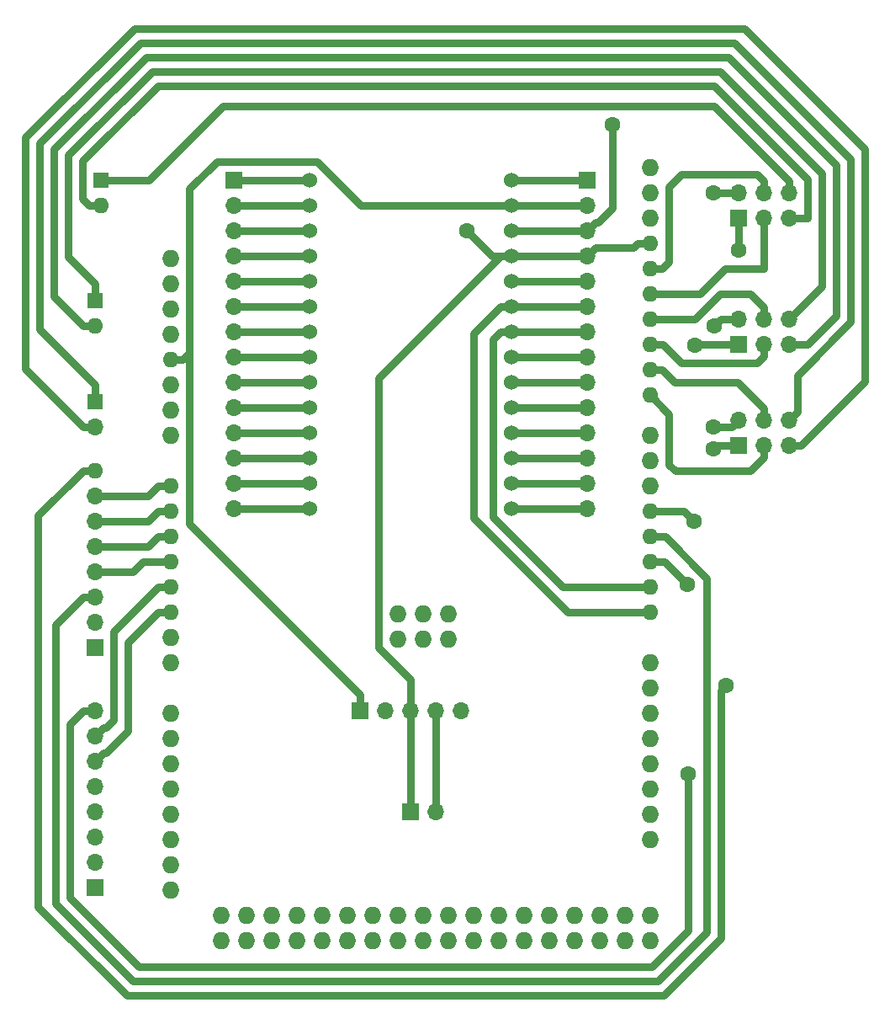
<source format=gbr>
G04 #@! TF.GenerationSoftware,KiCad,Pcbnew,(5.0.2)-1*
G04 #@! TF.CreationDate,2019-04-02T18:31:56+10:30*
G04 #@! TF.ProjectId,Omni_DC,4f6d6e69-5f44-4432-9e6b-696361645f70,rev?*
G04 #@! TF.SameCoordinates,Original*
G04 #@! TF.FileFunction,Copper,L2,Bot*
G04 #@! TF.FilePolarity,Positive*
%FSLAX46Y46*%
G04 Gerber Fmt 4.6, Leading zero omitted, Abs format (unit mm)*
G04 Created by KiCad (PCBNEW (5.0.2)-1) date 02-Apr-19 6:31:56 PM*
%MOMM*%
%LPD*%
G01*
G04 APERTURE LIST*
G04 #@! TA.AperFunction,ComponentPad*
%ADD10R,1.700000X1.700000*%
G04 #@! TD*
G04 #@! TA.AperFunction,ComponentPad*
%ADD11O,1.700000X1.700000*%
G04 #@! TD*
G04 #@! TA.AperFunction,ComponentPad*
%ADD12O,1.727200X1.727200*%
G04 #@! TD*
G04 #@! TA.AperFunction,ComponentPad*
%ADD13O,1.600000X1.600000*%
G04 #@! TD*
G04 #@! TA.AperFunction,ComponentPad*
%ADD14C,1.524000*%
G04 #@! TD*
G04 #@! TA.AperFunction,ComponentPad*
%ADD15R,1.600000X1.600000*%
G04 #@! TD*
G04 #@! TA.AperFunction,ViaPad*
%ADD16C,1.600000*%
G04 #@! TD*
G04 #@! TA.AperFunction,Conductor*
%ADD17C,0.800000*%
G04 #@! TD*
G04 APERTURE END LIST*
D10*
G04 #@! TO.P,J9,1*
G04 #@! TO.N,5V*
X150495000Y-127000000D03*
D11*
G04 #@! TO.P,J9,2*
G04 #@! TO.N,Net-(J9-Pad2)*
X153035000Y-127000000D03*
G04 #@! TO.P,J9,3*
G04 #@! TO.N,Gnd*
X155575000Y-127000000D03*
G04 #@! TO.P,J9,4*
G04 #@! TO.N,12V*
X158115000Y-127000000D03*
G04 #@! TO.P,J9,5*
G04 #@! TO.N,Net-(J9-Pad5)*
X160655000Y-127000000D03*
G04 #@! TD*
D12*
G04 #@! TO.P,XA1,RST2*
G04 #@! TO.N,Net-(XA1-PadRST2)*
X154305000Y-117221000D03*
G04 #@! TO.P,XA1,GND4*
G04 #@! TO.N,Net-(XA1-PadGND4)*
X154305000Y-119761000D03*
G04 #@! TO.P,XA1,MOSI*
G04 #@! TO.N,Net-(XA1-PadMOSI)*
X156845000Y-119761000D03*
G04 #@! TO.P,XA1,SCK*
G04 #@! TO.N,Net-(XA1-PadSCK)*
X156845000Y-117221000D03*
G04 #@! TO.P,XA1,5V2*
G04 #@! TO.N,Net-(XA1-Pad5V2)*
X159385000Y-119761000D03*
D13*
G04 #@! TO.P,XA1,A0*
G04 #@! TO.N,In1*
X131445000Y-104394000D03*
D12*
G04 #@! TO.P,XA1,VIN*
G04 #@! TO.N,Net-(XA1-PadVIN)*
X131445000Y-99314000D03*
G04 #@! TO.P,XA1,GND3*
G04 #@! TO.N,Net-(XA1-PadGND3)*
X131445000Y-96774000D03*
G04 #@! TO.P,XA1,GND2*
G04 #@! TO.N,Net-(XA1-PadGND2)*
X131445000Y-94234000D03*
D13*
G04 #@! TO.P,XA1,5V1*
G04 #@! TO.N,5V*
X131445000Y-91694000D03*
D12*
G04 #@! TO.P,XA1,3V3*
G04 #@! TO.N,Net-(XA1-Pad3V3)*
X131445000Y-89154000D03*
G04 #@! TO.P,XA1,RST1*
G04 #@! TO.N,Net-(XA1-PadRST1)*
X131445000Y-86614000D03*
G04 #@! TO.P,XA1,IORF*
G04 #@! TO.N,Net-(XA1-PadIORF)*
X131445000Y-84074000D03*
G04 #@! TO.P,XA1,D21*
G04 #@! TO.N,Net-(XA1-PadD21)*
X179705000Y-139954000D03*
G04 #@! TO.P,XA1,D20*
G04 #@! TO.N,Net-(XA1-PadD20)*
X179705000Y-137414000D03*
G04 #@! TO.P,XA1,D19*
G04 #@! TO.N,Net-(XA1-PadD19)*
X179705000Y-134874000D03*
G04 #@! TO.P,XA1,D18*
G04 #@! TO.N,Net-(XA1-PadD18)*
X179705000Y-132334000D03*
G04 #@! TO.P,XA1,D17*
G04 #@! TO.N,Net-(XA1-PadD17)*
X179705000Y-129794000D03*
G04 #@! TO.P,XA1,D16*
G04 #@! TO.N,Net-(XA1-PadD16)*
X179705000Y-127254000D03*
G04 #@! TO.P,XA1,D15*
G04 #@! TO.N,Net-(XA1-PadD15)*
X179705000Y-124714000D03*
G04 #@! TO.P,XA1,D14*
G04 #@! TO.N,Net-(XA1-PadD14)*
X179705000Y-122174000D03*
D13*
G04 #@! TO.P,XA1,D0*
G04 #@! TO.N,UART0*
X179705000Y-117094000D03*
G04 #@! TO.P,XA1,D1*
G04 #@! TO.N,UART1*
X179705000Y-114554000D03*
G04 #@! TO.P,XA1,D2*
G04 #@! TO.N,EnA*
X179705000Y-112014000D03*
G04 #@! TO.P,XA1,D3*
G04 #@! TO.N,EnB*
X179705000Y-109474000D03*
G04 #@! TO.P,XA1,D4*
G04 #@! TO.N,EnC*
X179705000Y-106934000D03*
D12*
G04 #@! TO.P,XA1,D5*
G04 #@! TO.N,Net-(XA1-PadD5)*
X179705000Y-104394000D03*
G04 #@! TO.P,XA1,D6*
G04 #@! TO.N,Net-(XA1-PadD6)*
X179705000Y-101854000D03*
G04 #@! TO.P,XA1,D7*
G04 #@! TO.N,Net-(XA1-PadD7)*
X179705000Y-99314000D03*
D13*
G04 #@! TO.P,XA1,GND1*
G04 #@! TO.N,Gnd*
X179705000Y-80010000D03*
G04 #@! TO.P,XA1,D8*
G04 #@! TO.N,Encoder0_A*
X179705000Y-95250000D03*
G04 #@! TO.P,XA1,D9*
G04 #@! TO.N,Encoder0_B*
X179705000Y-92710000D03*
G04 #@! TO.P,XA1,D10*
G04 #@! TO.N,Encoder1_A*
X179705000Y-90170000D03*
D12*
G04 #@! TO.P,XA1,SCL1*
G04 #@! TO.N,Net-(XA1-PadSCL1)*
X179705000Y-72390000D03*
G04 #@! TO.P,XA1,SDA1*
G04 #@! TO.N,Net-(XA1-PadSDA1)*
X179705000Y-74930000D03*
G04 #@! TO.P,XA1,AREF*
G04 #@! TO.N,Net-(XA1-PadAREF)*
X179705000Y-77470000D03*
D13*
G04 #@! TO.P,XA1,D13*
G04 #@! TO.N,Encoder2_B*
X179705000Y-82550000D03*
G04 #@! TO.P,XA1,D12*
G04 #@! TO.N,Encoder2_A*
X179705000Y-85090000D03*
G04 #@! TO.P,XA1,D11*
G04 #@! TO.N,Encoder1_B*
X179705000Y-87630000D03*
D12*
G04 #@! TO.P,XA1,*
G04 #@! TO.N,*
X131445000Y-81534000D03*
D13*
G04 #@! TO.P,XA1,A1*
G04 #@! TO.N,In2*
X131445000Y-106934000D03*
G04 #@! TO.P,XA1,A2*
G04 #@! TO.N,In3*
X131445000Y-109474000D03*
G04 #@! TO.P,XA1,A3*
G04 #@! TO.N,In4*
X131445000Y-112014000D03*
G04 #@! TO.P,XA1,A4*
G04 #@! TO.N,In5*
X131445000Y-114554000D03*
G04 #@! TO.P,XA1,A5*
G04 #@! TO.N,In6*
X131445000Y-117094000D03*
D12*
G04 #@! TO.P,XA1,A6*
G04 #@! TO.N,Net-(XA1-PadA6)*
X131445000Y-119634000D03*
G04 #@! TO.P,XA1,A7*
G04 #@! TO.N,Net-(XA1-PadA7)*
X131445000Y-122174000D03*
G04 #@! TO.P,XA1,A8*
G04 #@! TO.N,Net-(XA1-PadA8)*
X131445000Y-127254000D03*
G04 #@! TO.P,XA1,A9*
G04 #@! TO.N,Net-(XA1-PadA9)*
X131445000Y-129794000D03*
G04 #@! TO.P,XA1,A10*
G04 #@! TO.N,Net-(XA1-PadA10)*
X131445000Y-132334000D03*
G04 #@! TO.P,XA1,A11*
G04 #@! TO.N,Net-(XA1-PadA11)*
X131445000Y-134874000D03*
G04 #@! TO.P,XA1,DAC0*
G04 #@! TO.N,Net-(XA1-PadDAC0)*
X131445000Y-137414000D03*
G04 #@! TO.P,XA1,DAC1*
G04 #@! TO.N,Net-(XA1-PadDAC1)*
X131445000Y-139954000D03*
G04 #@! TO.P,XA1,CANR*
G04 #@! TO.N,Net-(XA1-PadCANR)*
X131445000Y-142494000D03*
G04 #@! TO.P,XA1,CANT*
G04 #@! TO.N,Net-(XA1-PadCANT)*
X131445000Y-145034000D03*
G04 #@! TO.P,XA1,5V3*
G04 #@! TO.N,Net-(XA1-Pad5V3)*
X179705000Y-147574000D03*
G04 #@! TO.P,XA1,5V4*
G04 #@! TO.N,Net-(XA1-Pad5V4)*
X179705000Y-150114000D03*
G04 #@! TO.P,XA1,D22*
G04 #@! TO.N,Net-(XA1-PadD22)*
X177165000Y-147574000D03*
G04 #@! TO.P,XA1,D23*
G04 #@! TO.N,Net-(XA1-PadD23)*
X177165000Y-150114000D03*
G04 #@! TO.P,XA1,D24*
G04 #@! TO.N,Net-(XA1-PadD24)*
X174625000Y-147574000D03*
G04 #@! TO.P,XA1,D25*
G04 #@! TO.N,Net-(XA1-PadD25)*
X174625000Y-150114000D03*
G04 #@! TO.P,XA1,D26*
G04 #@! TO.N,Net-(XA1-PadD26)*
X172085000Y-147574000D03*
G04 #@! TO.P,XA1,D27*
G04 #@! TO.N,Net-(XA1-PadD27)*
X172085000Y-150114000D03*
G04 #@! TO.P,XA1,D28*
G04 #@! TO.N,Net-(XA1-PadD28)*
X169545000Y-147574000D03*
G04 #@! TO.P,XA1,D29*
G04 #@! TO.N,Net-(XA1-PadD29)*
X169545000Y-150114000D03*
G04 #@! TO.P,XA1,D30*
G04 #@! TO.N,Net-(XA1-PadD30)*
X167005000Y-147574000D03*
G04 #@! TO.P,XA1,D31*
G04 #@! TO.N,Net-(XA1-PadD31)*
X167005000Y-150114000D03*
G04 #@! TO.P,XA1,D32*
G04 #@! TO.N,Net-(XA1-PadD32)*
X164465000Y-147574000D03*
G04 #@! TO.P,XA1,D33*
G04 #@! TO.N,Net-(XA1-PadD33)*
X164465000Y-150114000D03*
G04 #@! TO.P,XA1,D34*
G04 #@! TO.N,Net-(XA1-PadD34)*
X161925000Y-147574000D03*
G04 #@! TO.P,XA1,D35*
G04 #@! TO.N,Net-(XA1-PadD35)*
X161925000Y-150114000D03*
G04 #@! TO.P,XA1,D36*
G04 #@! TO.N,Net-(XA1-PadD36)*
X159385000Y-147574000D03*
G04 #@! TO.P,XA1,D37*
G04 #@! TO.N,Net-(XA1-PadD37)*
X159385000Y-150114000D03*
G04 #@! TO.P,XA1,D38*
G04 #@! TO.N,Net-(XA1-PadD38)*
X156845000Y-147574000D03*
G04 #@! TO.P,XA1,D39*
G04 #@! TO.N,Net-(XA1-PadD39)*
X156845000Y-150114000D03*
G04 #@! TO.P,XA1,D40*
G04 #@! TO.N,Net-(XA1-PadD40)*
X154305000Y-147574000D03*
G04 #@! TO.P,XA1,D41*
G04 #@! TO.N,Net-(XA1-PadD41)*
X154305000Y-150114000D03*
G04 #@! TO.P,XA1,D42*
G04 #@! TO.N,Net-(XA1-PadD42)*
X151765000Y-147574000D03*
G04 #@! TO.P,XA1,D43*
G04 #@! TO.N,Net-(XA1-PadD43)*
X151765000Y-150114000D03*
G04 #@! TO.P,XA1,D44*
G04 #@! TO.N,Net-(XA1-PadD44)*
X149225000Y-147574000D03*
G04 #@! TO.P,XA1,D45*
G04 #@! TO.N,Net-(XA1-PadD45)*
X149225000Y-150114000D03*
G04 #@! TO.P,XA1,D46*
G04 #@! TO.N,Net-(XA1-PadD46)*
X146685000Y-147574000D03*
G04 #@! TO.P,XA1,D47*
G04 #@! TO.N,Net-(XA1-PadD47)*
X146685000Y-150114000D03*
G04 #@! TO.P,XA1,D48*
G04 #@! TO.N,Net-(XA1-PadD48)*
X144145000Y-147574000D03*
G04 #@! TO.P,XA1,D49*
G04 #@! TO.N,Net-(XA1-PadD49)*
X144145000Y-150114000D03*
G04 #@! TO.P,XA1,D50*
G04 #@! TO.N,Net-(XA1-PadD50)*
X141605000Y-147574000D03*
G04 #@! TO.P,XA1,D51*
G04 #@! TO.N,Net-(XA1-PadD51)*
X141605000Y-150114000D03*
G04 #@! TO.P,XA1,D52*
G04 #@! TO.N,Net-(XA1-PadD52)*
X139065000Y-147574000D03*
G04 #@! TO.P,XA1,D53*
G04 #@! TO.N,Net-(XA1-PadD53)*
X139065000Y-150114000D03*
G04 #@! TO.P,XA1,GND5*
G04 #@! TO.N,Net-(XA1-PadGND5)*
X136525000Y-147574000D03*
G04 #@! TO.P,XA1,GND6*
G04 #@! TO.N,Net-(XA1-PadGND6)*
X136525000Y-150114000D03*
G04 #@! TO.P,XA1,MISO*
G04 #@! TO.N,Net-(XA1-PadMISO)*
X159385000Y-117221000D03*
G04 #@! TD*
D14*
G04 #@! TO.P,J1,AREF*
G04 #@! TO.N,Net-(J1-PadAREF)*
X145415000Y-73660000D03*
G04 #@! TO.P,J1,A0*
G04 #@! TO.N,Net-(J1-PadA0)*
X145415000Y-76200000D03*
G04 #@! TO.P,J1,A1*
G04 #@! TO.N,Net-(J1-PadA1)*
X145415000Y-78740000D03*
G04 #@! TO.P,J1,A2*
G04 #@! TO.N,Net-(J1-PadA2)*
X145415000Y-81280000D03*
G04 #@! TO.P,J1,A3*
G04 #@! TO.N,Net-(J1-PadA3)*
X145415000Y-83820000D03*
G04 #@! TO.P,J1,A4*
G04 #@! TO.N,Net-(J1-PadA4)*
X145415000Y-86360000D03*
G04 #@! TO.P,J1,A5*
G04 #@! TO.N,Net-(J1-PadA5)*
X145415000Y-88900000D03*
G04 #@! TO.P,J1,A6*
G04 #@! TO.N,Net-(J1-PadA6)*
X145415000Y-91440000D03*
G04 #@! TO.P,J1,0*
G04 #@! TO.N,Net-(J1-Pad0)*
X145415000Y-93980000D03*
G04 #@! TO.P,J1,1*
G04 #@! TO.N,Net-(J1-Pad1)*
X145415000Y-96520000D03*
G04 #@! TO.P,J1,2*
G04 #@! TO.N,Net-(J1-Pad2)*
X145415000Y-99060000D03*
G04 #@! TO.P,J1,3*
G04 #@! TO.N,Net-(J1-Pad3)*
X145415000Y-101600000D03*
G04 #@! TO.P,J1,4*
G04 #@! TO.N,Net-(J1-Pad4)*
X145415000Y-104140000D03*
G04 #@! TO.P,J1,5*
G04 #@! TO.N,Net-(J1-Pad5)*
X145415000Y-106680000D03*
G04 #@! TO.P,J1,5V*
G04 #@! TO.N,Net-(J1-Pad5V)*
X165735000Y-73660000D03*
G04 #@! TO.P,J1,Vin*
G04 #@! TO.N,5V*
X165735000Y-76200000D03*
G04 #@! TO.P,J1,3.3V*
G04 #@! TO.N,3.3V*
X165735000Y-78740000D03*
G04 #@! TO.P,J1,Gnd*
G04 #@! TO.N,Gnd*
X165735000Y-81280000D03*
G04 #@! TO.P,J1,Reset*
G04 #@! TO.N,Net-(J1-PadReset)*
X165735000Y-83820000D03*
G04 #@! TO.P,J1,Tx*
G04 #@! TO.N,UART0*
X165735000Y-86360000D03*
G04 #@! TO.P,J1,Rx*
G04 #@! TO.N,UART1*
X165735000Y-88900000D03*
G04 #@! TO.P,J1,12*
G04 #@! TO.N,Net-(J1-Pad12)*
X165735000Y-91440000D03*
G04 #@! TO.P,J1,11*
G04 #@! TO.N,Net-(J1-Pad11)*
X165735000Y-93980000D03*
G04 #@! TO.P,J1,10*
G04 #@! TO.N,Net-(J1-Pad10)*
X165735000Y-96520000D03*
G04 #@! TO.P,J1,9*
G04 #@! TO.N,Net-(J1-Pad9)*
X165735000Y-99060000D03*
G04 #@! TO.P,J1,8*
G04 #@! TO.N,Net-(J1-Pad8)*
X165735000Y-101600000D03*
G04 #@! TO.P,J1,7*
G04 #@! TO.N,Net-(J1-Pad7)*
X165735000Y-104140000D03*
G04 #@! TO.P,J1,6*
G04 #@! TO.N,Net-(J1-Pad6)*
X165735000Y-106680000D03*
G04 #@! TD*
D10*
G04 #@! TO.P,J2,1*
G04 #@! TO.N,Net-(J1-PadAREF)*
X137795000Y-73660000D03*
D11*
G04 #@! TO.P,J2,2*
G04 #@! TO.N,Net-(J1-PadA0)*
X137795000Y-76200000D03*
G04 #@! TO.P,J2,3*
G04 #@! TO.N,Net-(J1-PadA1)*
X137795000Y-78740000D03*
G04 #@! TO.P,J2,4*
G04 #@! TO.N,Net-(J1-PadA2)*
X137795000Y-81280000D03*
G04 #@! TO.P,J2,5*
G04 #@! TO.N,Net-(J1-PadA3)*
X137795000Y-83820000D03*
G04 #@! TO.P,J2,6*
G04 #@! TO.N,Net-(J1-PadA4)*
X137795000Y-86360000D03*
G04 #@! TO.P,J2,7*
G04 #@! TO.N,Net-(J1-PadA5)*
X137795000Y-88900000D03*
G04 #@! TO.P,J2,8*
G04 #@! TO.N,Net-(J1-PadA6)*
X137795000Y-91440000D03*
G04 #@! TO.P,J2,9*
G04 #@! TO.N,Net-(J1-Pad0)*
X137795000Y-93980000D03*
G04 #@! TO.P,J2,10*
G04 #@! TO.N,Net-(J1-Pad1)*
X137795000Y-96520000D03*
G04 #@! TO.P,J2,11*
G04 #@! TO.N,Net-(J1-Pad2)*
X137795000Y-99060000D03*
G04 #@! TO.P,J2,12*
G04 #@! TO.N,Net-(J1-Pad3)*
X137795000Y-101600000D03*
G04 #@! TO.P,J2,13*
G04 #@! TO.N,Net-(J1-Pad4)*
X137795000Y-104140000D03*
G04 #@! TO.P,J2,14*
G04 #@! TO.N,Net-(J1-Pad5)*
X137795000Y-106680000D03*
G04 #@! TD*
D10*
G04 #@! TO.P,J3,1*
G04 #@! TO.N,Net-(J3-Pad1)*
X123825000Y-120650000D03*
D11*
G04 #@! TO.P,J3,2*
G04 #@! TO.N,Net-(J3-Pad2)*
X123825000Y-118110000D03*
G04 #@! TO.P,J3,3*
G04 #@! TO.N,EnB*
X123825000Y-115570000D03*
G04 #@! TO.P,J3,4*
G04 #@! TO.N,In4*
X123825000Y-113030000D03*
G04 #@! TO.P,J3,5*
G04 #@! TO.N,In3*
X123825000Y-110490000D03*
G04 #@! TO.P,J3,6*
G04 #@! TO.N,In2*
X123825000Y-107950000D03*
G04 #@! TO.P,J3,7*
G04 #@! TO.N,In1*
X123825000Y-105410000D03*
D13*
G04 #@! TO.P,J3,8*
G04 #@! TO.N,EnA*
X123825000Y-102870000D03*
G04 #@! TD*
D11*
G04 #@! TO.P,J4,14*
G04 #@! TO.N,Net-(J1-Pad6)*
X173355000Y-106680000D03*
G04 #@! TO.P,J4,13*
G04 #@! TO.N,Net-(J1-Pad7)*
X173355000Y-104140000D03*
G04 #@! TO.P,J4,12*
G04 #@! TO.N,Net-(J1-Pad8)*
X173355000Y-101600000D03*
G04 #@! TO.P,J4,11*
G04 #@! TO.N,Net-(J1-Pad9)*
X173355000Y-99060000D03*
G04 #@! TO.P,J4,10*
G04 #@! TO.N,Net-(J1-Pad10)*
X173355000Y-96520000D03*
G04 #@! TO.P,J4,9*
G04 #@! TO.N,Net-(J1-Pad11)*
X173355000Y-93980000D03*
G04 #@! TO.P,J4,8*
G04 #@! TO.N,Net-(J1-Pad12)*
X173355000Y-91440000D03*
G04 #@! TO.P,J4,7*
G04 #@! TO.N,UART1*
X173355000Y-88900000D03*
G04 #@! TO.P,J4,6*
G04 #@! TO.N,UART0*
X173355000Y-86360000D03*
G04 #@! TO.P,J4,5*
G04 #@! TO.N,Net-(J1-PadReset)*
X173355000Y-83820000D03*
G04 #@! TO.P,J4,4*
G04 #@! TO.N,Gnd*
X173355000Y-81280000D03*
G04 #@! TO.P,J4,3*
G04 #@! TO.N,3.3V*
X173355000Y-78740000D03*
G04 #@! TO.P,J4,2*
G04 #@! TO.N,5V*
X173355000Y-76200000D03*
D10*
G04 #@! TO.P,J4,1*
G04 #@! TO.N,Net-(J1-Pad5V)*
X173355000Y-73660000D03*
G04 #@! TD*
D11*
G04 #@! TO.P,J5,8*
G04 #@! TO.N,EnC*
X123825000Y-127000000D03*
G04 #@! TO.P,J5,7*
G04 #@! TO.N,In5*
X123825000Y-129540000D03*
G04 #@! TO.P,J5,6*
G04 #@! TO.N,In6*
X123825000Y-132080000D03*
G04 #@! TO.P,J5,5*
G04 #@! TO.N,Net-(J5-Pad5)*
X123825000Y-134620000D03*
G04 #@! TO.P,J5,4*
G04 #@! TO.N,Net-(J5-Pad4)*
X123825000Y-137160000D03*
G04 #@! TO.P,J5,3*
G04 #@! TO.N,Net-(J5-Pad3)*
X123825000Y-139700000D03*
G04 #@! TO.P,J5,2*
G04 #@! TO.N,Net-(J5-Pad2)*
X123825000Y-142240000D03*
D10*
G04 #@! TO.P,J5,1*
G04 #@! TO.N,Net-(J5-Pad1)*
X123825000Y-144780000D03*
G04 #@! TD*
G04 #@! TO.P,J6,1*
G04 #@! TO.N,Gnd*
X188595000Y-100330000D03*
D11*
G04 #@! TO.P,J6,2*
G04 #@! TO.N,3.3V*
X188595000Y-97790000D03*
G04 #@! TO.P,J6,3*
G04 #@! TO.N,Encoder0_A*
X191135000Y-100330000D03*
G04 #@! TO.P,J6,4*
G04 #@! TO.N,Encoder0_B*
X191135000Y-97790000D03*
G04 #@! TO.P,J6,5*
G04 #@! TO.N,A-*
X193675000Y-100330000D03*
G04 #@! TO.P,J6,6*
G04 #@! TO.N,A+*
X193675000Y-97790000D03*
G04 #@! TD*
D15*
G04 #@! TO.P,J7,1*
G04 #@! TO.N,A+*
X123825000Y-95885000D03*
D11*
G04 #@! TO.P,J7,2*
G04 #@! TO.N,A-*
X123825000Y-98425000D03*
G04 #@! TD*
G04 #@! TO.P,J8,2*
G04 #@! TO.N,12V*
X158115000Y-137160000D03*
D10*
G04 #@! TO.P,J8,1*
G04 #@! TO.N,Gnd*
X155575000Y-137160000D03*
G04 #@! TD*
G04 #@! TO.P,J13,1*
G04 #@! TO.N,Gnd*
X188595000Y-90170000D03*
D11*
G04 #@! TO.P,J13,2*
G04 #@! TO.N,3.3V*
X188595000Y-87630000D03*
G04 #@! TO.P,J13,3*
G04 #@! TO.N,Encoder1_A*
X191135000Y-90170000D03*
G04 #@! TO.P,J13,4*
G04 #@! TO.N,Encoder1_B*
X191135000Y-87630000D03*
G04 #@! TO.P,J13,5*
G04 #@! TO.N,B-*
X193675000Y-90170000D03*
G04 #@! TO.P,J13,6*
G04 #@! TO.N,B+*
X193675000Y-87630000D03*
G04 #@! TD*
D13*
G04 #@! TO.P,J14,2*
G04 #@! TO.N,B-*
X123825000Y-88265000D03*
D15*
G04 #@! TO.P,J14,1*
G04 #@! TO.N,B+*
X123825000Y-85725000D03*
G04 #@! TD*
D11*
G04 #@! TO.P,J15,6*
G04 #@! TO.N,C+*
X193675000Y-74930000D03*
G04 #@! TO.P,J15,5*
G04 #@! TO.N,C-*
X193675000Y-77470000D03*
G04 #@! TO.P,J15,4*
G04 #@! TO.N,Encoder2_B*
X191135000Y-74930000D03*
G04 #@! TO.P,J15,3*
G04 #@! TO.N,Encoder2_A*
X191135000Y-77470000D03*
G04 #@! TO.P,J15,2*
G04 #@! TO.N,3.3V*
X188595000Y-74930000D03*
D10*
G04 #@! TO.P,J15,1*
G04 #@! TO.N,Gnd*
X188595000Y-77470000D03*
G04 #@! TD*
D15*
G04 #@! TO.P,J16,1*
G04 #@! TO.N,C+*
X124460000Y-73660000D03*
D13*
G04 #@! TO.P,J16,2*
G04 #@! TO.N,C-*
X124460000Y-76200000D03*
G04 #@! TD*
D16*
G04 #@! TO.N,Gnd*
X186055000Y-100665003D03*
X184227705Y-90220001D03*
X188595000Y-80645000D03*
X161290000Y-78740000D03*
G04 #@! TO.N,EnA*
X187325000Y-124460000D03*
X183483923Y-114331077D03*
G04 #@! TO.N,EnC*
X183515000Y-133350000D03*
X184150000Y-107950000D03*
G04 #@! TO.N,3.3V*
X186055000Y-74930000D03*
X186117857Y-88327857D03*
X186055000Y-98425000D03*
X175895000Y-68033999D03*
G04 #@! TD*
D17*
G04 #@! TO.N,Net-(J1-PadAREF)*
X145415000Y-73660000D02*
X137795000Y-73660000D01*
G04 #@! TO.N,Net-(J1-PadA0)*
X145415000Y-76200000D02*
X137795000Y-76200000D01*
G04 #@! TO.N,Net-(J1-PadA1)*
X137795000Y-78740000D02*
X145415000Y-78740000D01*
G04 #@! TO.N,Net-(J1-PadA2)*
X145415000Y-81280000D02*
X139065000Y-81280000D01*
X139065000Y-81280000D02*
X137795000Y-81280000D01*
G04 #@! TO.N,Net-(J1-PadA3)*
X137795000Y-83820000D02*
X145415000Y-83820000D01*
G04 #@! TO.N,Net-(J1-PadA4)*
X137795000Y-86360000D02*
X145415000Y-86360000D01*
G04 #@! TO.N,Net-(J1-PadA5)*
X145415000Y-88900000D02*
X137795000Y-88900000D01*
G04 #@! TO.N,Net-(J1-PadA6)*
X145415000Y-91440000D02*
X137795000Y-91440000D01*
G04 #@! TO.N,Net-(J1-Pad0)*
X137795000Y-93980000D02*
X145415000Y-93980000D01*
G04 #@! TO.N,Net-(J1-Pad1)*
X145415000Y-96520000D02*
X137795000Y-96520000D01*
G04 #@! TO.N,Net-(J1-Pad2)*
X137795000Y-99060000D02*
X145415000Y-99060000D01*
G04 #@! TO.N,Net-(J1-Pad3)*
X137795000Y-101600000D02*
X145415000Y-101600000D01*
G04 #@! TO.N,Net-(J1-Pad4)*
X145415000Y-104140000D02*
X137795000Y-104140000D01*
G04 #@! TO.N,Net-(J1-Pad5)*
X137795000Y-106680000D02*
X145415000Y-106680000D01*
G04 #@! TO.N,Net-(J1-Pad5V)*
X165735000Y-73660000D02*
X173355000Y-73660000D01*
G04 #@! TO.N,5V*
X173355000Y-76200000D02*
X165735000Y-76200000D01*
X132666314Y-91694000D02*
X131445000Y-91694000D01*
X133348601Y-91011713D02*
X132666314Y-91694000D01*
X136112999Y-71769999D02*
X133348601Y-74534397D01*
X150621962Y-76200000D02*
X146191961Y-71769999D01*
X165735000Y-76200000D02*
X150621962Y-76200000D01*
X146191961Y-71769999D02*
X141605000Y-71769999D01*
X141605000Y-71769999D02*
X136112999Y-71769999D01*
X133348601Y-108203601D02*
X133348601Y-90170000D01*
X150495000Y-125350000D02*
X133348601Y-108203601D01*
X150495000Y-127000000D02*
X150495000Y-125350000D01*
X133348601Y-74534397D02*
X133348601Y-90170000D01*
X133348601Y-90170000D02*
X133348601Y-91011713D01*
G04 #@! TO.N,Gnd*
X173355000Y-81280000D02*
X165735000Y-81280000D01*
X178483686Y-80010000D02*
X179705000Y-80010000D01*
X178063685Y-80430001D02*
X178483686Y-80010000D01*
X173355000Y-81280000D02*
X174204999Y-80430001D01*
X175895000Y-80430001D02*
X178063685Y-80430001D01*
X174204999Y-80430001D02*
X175895000Y-80430001D01*
X155575000Y-127000000D02*
X155575000Y-130810000D01*
X164657370Y-81280000D02*
X165735000Y-81280000D01*
X152401399Y-93535971D02*
X164657370Y-81280000D01*
X152401399Y-120674729D02*
X152401399Y-93535971D01*
X155575000Y-123848330D02*
X152401399Y-120674729D01*
X155575000Y-127000000D02*
X155575000Y-123848330D01*
X155575000Y-130810000D02*
X155575000Y-137160000D01*
X188595000Y-100330000D02*
X186390003Y-100330000D01*
X186390003Y-100330000D02*
X186055000Y-100665003D01*
X188595000Y-90170000D02*
X184277706Y-90170000D01*
X184277706Y-90170000D02*
X184227705Y-90220001D01*
X188595000Y-77470000D02*
X188595000Y-80645000D01*
X163830000Y-81280000D02*
X165735000Y-81280000D01*
X161290000Y-78740000D02*
X163830000Y-81280000D01*
G04 #@! TO.N,Net-(J1-PadReset)*
X165735000Y-83820000D02*
X173355000Y-83820000D01*
G04 #@! TO.N,UART0*
X173355000Y-86360000D02*
X165735000Y-86360000D01*
X164657370Y-86360000D02*
X165735000Y-86360000D01*
X161925000Y-89092370D02*
X164657370Y-86360000D01*
X161925000Y-107573443D02*
X161925000Y-89092370D01*
X171445557Y-117094000D02*
X161925000Y-107573443D01*
X179705000Y-117094000D02*
X171445557Y-117094000D01*
G04 #@! TO.N,UART1*
X164657370Y-88900000D02*
X165735000Y-88900000D01*
X163932999Y-89624371D02*
X164657370Y-88900000D01*
X163932999Y-107544961D02*
X163932999Y-89624371D01*
X170942038Y-114554000D02*
X163932999Y-107544961D01*
X179705000Y-114554000D02*
X170942038Y-114554000D01*
X165735000Y-88900000D02*
X173355000Y-88900000D01*
G04 #@! TO.N,Net-(J1-Pad12)*
X165735000Y-91440000D02*
X173355000Y-91440000D01*
G04 #@! TO.N,Net-(J1-Pad11)*
X173355000Y-93980000D02*
X165735000Y-93980000D01*
G04 #@! TO.N,Net-(J1-Pad10)*
X173355000Y-96520000D02*
X165735000Y-96520000D01*
G04 #@! TO.N,Net-(J1-Pad9)*
X165735000Y-99060000D02*
X173355000Y-99060000D01*
G04 #@! TO.N,Net-(J1-Pad8)*
X165735000Y-101600000D02*
X173355000Y-101600000D01*
G04 #@! TO.N,Net-(J1-Pad7)*
X173355000Y-104140000D02*
X165735000Y-104140000D01*
G04 #@! TO.N,Net-(J1-Pad6)*
X165735000Y-106680000D02*
X173355000Y-106680000D01*
G04 #@! TO.N,EnB*
X180926314Y-109474000D02*
X179705000Y-109474000D01*
X185420000Y-113665000D02*
X181229000Y-109474000D01*
X185420000Y-149252811D02*
X185420000Y-113665000D01*
X123825000Y-115570000D02*
X122622919Y-115570000D01*
X181229000Y-109474000D02*
X180926314Y-109474000D01*
X122622919Y-115570000D02*
X119844990Y-118347929D01*
X119844990Y-118347929D02*
X119844990Y-146408473D01*
X119844990Y-146408473D02*
X127630528Y-154194011D01*
X127630528Y-154194011D02*
X180478800Y-154194011D01*
X180478800Y-154194011D02*
X185420000Y-149252811D01*
G04 #@! TO.N,In4*
X125027081Y-113030000D02*
X123825000Y-113030000D01*
X127635000Y-113030000D02*
X125027081Y-113030000D01*
X128651000Y-112014000D02*
X127635000Y-113030000D01*
X131445000Y-112014000D02*
X128651000Y-112014000D01*
G04 #@! TO.N,In3*
X125027081Y-110490000D02*
X123825000Y-110490000D01*
X129207686Y-110490000D02*
X125027081Y-110490000D01*
X130223686Y-109474000D02*
X129207686Y-110490000D01*
X131445000Y-109474000D02*
X130223686Y-109474000D01*
G04 #@! TO.N,In2*
X125027081Y-107950000D02*
X123825000Y-107950000D01*
X129207686Y-107950000D02*
X125027081Y-107950000D01*
X130223686Y-106934000D02*
X129207686Y-107950000D01*
X131445000Y-106934000D02*
X130223686Y-106934000D01*
G04 #@! TO.N,In1*
X125027081Y-105410000D02*
X123825000Y-105410000D01*
X129207686Y-105410000D02*
X125027081Y-105410000D01*
X130223686Y-104394000D02*
X129207686Y-105410000D01*
X131445000Y-104394000D02*
X130223686Y-104394000D01*
G04 #@! TO.N,EnA*
X179705000Y-112014000D02*
X180926314Y-112014000D01*
X127034057Y-155634021D02*
X181075271Y-155634021D01*
X122622919Y-102870000D02*
X123825000Y-102870000D01*
X118110000Y-107382919D02*
X122622919Y-102870000D01*
X118110000Y-146709964D02*
X118110000Y-107382919D01*
X118110000Y-146709964D02*
X127034057Y-155634021D01*
X186860010Y-124924990D02*
X187325000Y-124460000D01*
X186860010Y-149849282D02*
X186860010Y-124924990D01*
X186849292Y-149860000D02*
X186860010Y-149849282D01*
X181075271Y-155634021D02*
X186849292Y-149860000D01*
X181166846Y-112014000D02*
X179705000Y-112014000D01*
X183483923Y-114331077D02*
X181166846Y-112014000D01*
G04 #@! TO.N,EnC*
X179705000Y-106934000D02*
X180926314Y-106934000D01*
X179882329Y-152754001D02*
X183515000Y-149121330D01*
X128226999Y-152754001D02*
X179882329Y-152754001D01*
X183515000Y-149121330D02*
X183515000Y-133350000D01*
X122622919Y-127000000D02*
X123825000Y-127000000D01*
X121285000Y-128337919D02*
X122622919Y-127000000D01*
X121285000Y-145812002D02*
X121285000Y-128337919D01*
X121285000Y-145812002D02*
X128226999Y-152754001D01*
X183134000Y-106934000D02*
X179705000Y-106934000D01*
X184150000Y-107950000D02*
X183134000Y-106934000D01*
G04 #@! TO.N,In5*
X124674999Y-128690001D02*
X123825000Y-129540000D01*
X124932201Y-128690001D02*
X124674999Y-128690001D01*
X125715001Y-127907201D02*
X124932201Y-128690001D01*
X125715001Y-119062685D02*
X125715001Y-127907201D01*
X130223686Y-114554000D02*
X125715001Y-119062685D01*
X131445000Y-114554000D02*
X130223686Y-114554000D01*
G04 #@! TO.N,In6*
X124674999Y-131230001D02*
X123825000Y-132080000D01*
X124932201Y-131230001D02*
X124674999Y-131230001D01*
X127155011Y-129007191D02*
X124932201Y-131230001D01*
X127155011Y-120162675D02*
X127155011Y-129007191D01*
X130223686Y-117094000D02*
X127155011Y-120162675D01*
X131445000Y-117094000D02*
X130223686Y-117094000D01*
G04 #@! TO.N,Encoder0_A*
X181608601Y-97153601D02*
X181608601Y-102233601D01*
X179705000Y-95250000D02*
X181608601Y-97153601D01*
X181608601Y-102233601D02*
X182245000Y-102870000D01*
X191135000Y-101532081D02*
X191135000Y-100330000D01*
X189797081Y-102870000D02*
X191135000Y-101532081D01*
X182245000Y-102870000D02*
X189797081Y-102870000D01*
G04 #@! TO.N,A-*
X127789116Y-58374960D02*
X189184960Y-58374960D01*
X116809959Y-69354117D02*
X127789116Y-58374960D01*
X116809959Y-92612040D02*
X116809959Y-69354117D01*
X123825000Y-98425000D02*
X122622919Y-98425000D01*
X122622919Y-98425000D02*
X116809959Y-92612040D01*
X194877081Y-100330000D02*
X193675000Y-100330000D01*
X201340040Y-93867041D02*
X194877081Y-100330000D01*
X201340040Y-70530040D02*
X201340040Y-93867041D01*
X189184960Y-58374960D02*
X201340040Y-70530040D01*
G04 #@! TO.N,A+*
X123825000Y-94235000D02*
X123825000Y-95885000D01*
X118249969Y-88659969D02*
X123825000Y-94235000D01*
X128385587Y-59814970D02*
X118249969Y-69950588D01*
X188216451Y-59814970D02*
X128385587Y-59814970D01*
X199900030Y-71498549D02*
X188216451Y-59814970D01*
X199900030Y-87886451D02*
X199900030Y-71498549D01*
X118249969Y-69950588D02*
X118249969Y-88659969D01*
X194524999Y-93261482D02*
X199900030Y-87886451D01*
X194524999Y-96940001D02*
X194524999Y-93261482D01*
X193675000Y-97790000D02*
X194524999Y-96940001D01*
G04 #@! TO.N,Encoder0_B*
X180926314Y-92710000D02*
X179705000Y-92710000D01*
X182196314Y-93980000D02*
X180926314Y-92710000D01*
X188527081Y-93980000D02*
X182196314Y-93980000D01*
X191135000Y-96587919D02*
X188527081Y-93980000D01*
X191135000Y-97790000D02*
X191135000Y-96587919D01*
G04 #@! TO.N,3.3V*
X165735000Y-78740000D02*
X173355000Y-78740000D01*
X188595000Y-74930000D02*
X186055000Y-74930000D01*
X186815714Y-87630000D02*
X188595000Y-87630000D01*
X186117857Y-88327857D02*
X186815714Y-87630000D01*
X187960000Y-98425000D02*
X188595000Y-97790000D01*
X186055000Y-98425000D02*
X187960000Y-98425000D01*
X174204999Y-77890001D02*
X173355000Y-78740000D01*
X174462201Y-77890001D02*
X174204999Y-77890001D01*
X175895000Y-76457202D02*
X174462201Y-77890001D01*
X175895000Y-68033999D02*
X175895000Y-76457202D01*
G04 #@! TO.N,12V*
X158115000Y-127000000D02*
X158115000Y-130810000D01*
X158115000Y-130810000D02*
X158115000Y-137160000D01*
G04 #@! TO.N,Encoder1_A*
X181004998Y-90170000D02*
X179705000Y-90170000D01*
X182894999Y-92060001D02*
X181004998Y-90170000D01*
X190447080Y-92060001D02*
X182894999Y-92060001D01*
X191135000Y-90170000D02*
X191135000Y-91372081D01*
X191135000Y-91372081D02*
X190447080Y-92060001D01*
G04 #@! TO.N,B-*
X128982058Y-61254980D02*
X187619980Y-61254980D01*
X119689979Y-70547059D02*
X128982058Y-61254980D01*
X119689979Y-85332060D02*
X119689979Y-70547059D01*
X123825000Y-88265000D02*
X122622919Y-88265000D01*
X122622919Y-88265000D02*
X119689979Y-85332060D01*
X198460020Y-72095020D02*
X198460020Y-87289980D01*
X187619980Y-61254980D02*
X198460020Y-72095020D01*
X195580000Y-90170000D02*
X193675000Y-90170000D01*
X198460020Y-87289980D02*
X195580000Y-90170000D01*
G04 #@! TO.N,B+*
X123825000Y-84075000D02*
X123825000Y-85725000D01*
X121129989Y-81379989D02*
X123825000Y-84075000D01*
X121129989Y-71143530D02*
X121129989Y-81379989D01*
X129578529Y-62694990D02*
X121129989Y-71143530D01*
X186715033Y-62694990D02*
X129578529Y-62694990D01*
X197020010Y-72999967D02*
X186715033Y-62694990D01*
X197020010Y-84284990D02*
X197020010Y-72999967D01*
X193675000Y-87630000D02*
X197020010Y-84284990D01*
G04 #@! TO.N,Encoder1_B*
X180926314Y-87630000D02*
X179705000Y-87630000D01*
X184213561Y-87630000D02*
X180926314Y-87630000D01*
X186753561Y-85090000D02*
X184213561Y-87630000D01*
X189797081Y-85090000D02*
X186753561Y-85090000D01*
X191135000Y-86427919D02*
X189797081Y-85090000D01*
X191135000Y-87630000D02*
X191135000Y-86427919D01*
G04 #@! TO.N,Encoder2_B*
X191135000Y-73727919D02*
X190447080Y-73039999D01*
X180926314Y-82550000D02*
X179705000Y-82550000D01*
X191135000Y-74930000D02*
X191135000Y-73727919D01*
X190447080Y-73039999D02*
X182865001Y-73039999D01*
X182865001Y-73039999D02*
X181608601Y-74296399D01*
X181608601Y-74296399D02*
X181608601Y-81867713D01*
X181608601Y-81867713D02*
X180926314Y-82550000D01*
G04 #@! TO.N,C+*
X126110000Y-73660000D02*
X124460000Y-73660000D01*
X129256202Y-73660000D02*
X126110000Y-73660000D01*
X136722203Y-66193999D02*
X129256202Y-73660000D01*
X186141080Y-66193999D02*
X136722203Y-66193999D01*
X193675000Y-73727919D02*
X186141080Y-66193999D01*
X193675000Y-74930000D02*
X193675000Y-73727919D01*
G04 #@! TO.N,C-*
X193675000Y-77470000D02*
X195580000Y-77470000D01*
X195580000Y-73596438D02*
X186118562Y-64135000D01*
X195580000Y-77470000D02*
X195580000Y-73596438D01*
X186118562Y-64135000D02*
X130175000Y-64135000D01*
X123257919Y-76200000D02*
X124460000Y-76200000D01*
X122569999Y-75512080D02*
X123257919Y-76200000D01*
X122569999Y-71740001D02*
X122569999Y-75512080D01*
X130175000Y-64135000D02*
X122569999Y-71740001D01*
G04 #@! TO.N,Encoder2_A*
X180926314Y-85090000D02*
X179705000Y-85090000D01*
X184717081Y-85090000D02*
X180926314Y-85090000D01*
X187257081Y-82550000D02*
X184717081Y-85090000D01*
X191135000Y-82550000D02*
X187257081Y-82550000D01*
X191135000Y-77470000D02*
X191135000Y-82550000D01*
G04 #@! TD*
M02*

</source>
